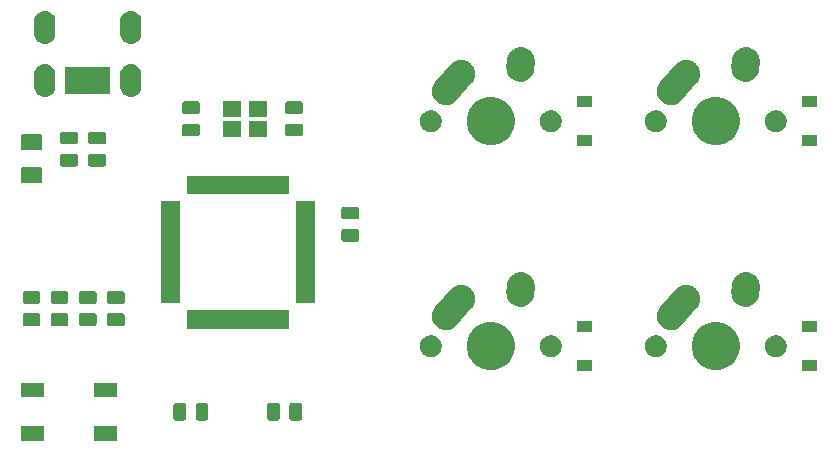
<source format=gbs>
G04 #@! TF.GenerationSoftware,KiCad,Pcbnew,(5.1.4)-1*
G04 #@! TF.CreationDate,2020-09-25T18:06:27-04:00*
G04 #@! TF.ProjectId,2x2 micro pad,32783220-6d69-4637-926f-207061642e6b,rev?*
G04 #@! TF.SameCoordinates,Original*
G04 #@! TF.FileFunction,Soldermask,Bot*
G04 #@! TF.FilePolarity,Negative*
%FSLAX46Y46*%
G04 Gerber Fmt 4.6, Leading zero omitted, Abs format (unit mm)*
G04 Created by KiCad (PCBNEW (5.1.4)-1) date 2020-09-25 18:06:27*
%MOMM*%
%LPD*%
G04 APERTURE LIST*
%ADD10C,0.100000*%
G04 APERTURE END LIST*
D10*
G36*
X176294750Y-92144750D02*
G01*
X174392750Y-92144750D01*
X174392750Y-90942750D01*
X176294750Y-90942750D01*
X176294750Y-92144750D01*
X176294750Y-92144750D01*
G37*
G36*
X170094750Y-92144750D02*
G01*
X168192750Y-92144750D01*
X168192750Y-90942750D01*
X170094750Y-90942750D01*
X170094750Y-92144750D01*
X170094750Y-92144750D01*
G37*
G36*
X183871968Y-88947315D02*
G01*
X183910638Y-88959046D01*
X183946277Y-88978096D01*
X183977517Y-89003733D01*
X184003154Y-89034973D01*
X184022204Y-89070612D01*
X184033935Y-89109282D01*
X184038500Y-89155638D01*
X184038500Y-90231862D01*
X184033935Y-90278218D01*
X184022204Y-90316888D01*
X184003154Y-90352527D01*
X183977517Y-90383767D01*
X183946277Y-90409404D01*
X183910638Y-90428454D01*
X183871968Y-90440185D01*
X183825612Y-90444750D01*
X183174388Y-90444750D01*
X183128032Y-90440185D01*
X183089362Y-90428454D01*
X183053723Y-90409404D01*
X183022483Y-90383767D01*
X182996846Y-90352527D01*
X182977796Y-90316888D01*
X182966065Y-90278218D01*
X182961500Y-90231862D01*
X182961500Y-89155638D01*
X182966065Y-89109282D01*
X182977796Y-89070612D01*
X182996846Y-89034973D01*
X183022483Y-89003733D01*
X183053723Y-88978096D01*
X183089362Y-88959046D01*
X183128032Y-88947315D01*
X183174388Y-88942750D01*
X183825612Y-88942750D01*
X183871968Y-88947315D01*
X183871968Y-88947315D01*
G37*
G36*
X181996968Y-88947315D02*
G01*
X182035638Y-88959046D01*
X182071277Y-88978096D01*
X182102517Y-89003733D01*
X182128154Y-89034973D01*
X182147204Y-89070612D01*
X182158935Y-89109282D01*
X182163500Y-89155638D01*
X182163500Y-90231862D01*
X182158935Y-90278218D01*
X182147204Y-90316888D01*
X182128154Y-90352527D01*
X182102517Y-90383767D01*
X182071277Y-90409404D01*
X182035638Y-90428454D01*
X181996968Y-90440185D01*
X181950612Y-90444750D01*
X181299388Y-90444750D01*
X181253032Y-90440185D01*
X181214362Y-90428454D01*
X181178723Y-90409404D01*
X181147483Y-90383767D01*
X181121846Y-90352527D01*
X181102796Y-90316888D01*
X181091065Y-90278218D01*
X181086500Y-90231862D01*
X181086500Y-89155638D01*
X181091065Y-89109282D01*
X181102796Y-89070612D01*
X181121846Y-89034973D01*
X181147483Y-89003733D01*
X181178723Y-88978096D01*
X181214362Y-88959046D01*
X181253032Y-88947315D01*
X181299388Y-88942750D01*
X181950612Y-88942750D01*
X181996968Y-88947315D01*
X181996968Y-88947315D01*
G37*
G36*
X191809468Y-88947315D02*
G01*
X191848138Y-88959046D01*
X191883777Y-88978096D01*
X191915017Y-89003733D01*
X191940654Y-89034973D01*
X191959704Y-89070612D01*
X191971435Y-89109282D01*
X191976000Y-89155638D01*
X191976000Y-90231862D01*
X191971435Y-90278218D01*
X191959704Y-90316888D01*
X191940654Y-90352527D01*
X191915017Y-90383767D01*
X191883777Y-90409404D01*
X191848138Y-90428454D01*
X191809468Y-90440185D01*
X191763112Y-90444750D01*
X191111888Y-90444750D01*
X191065532Y-90440185D01*
X191026862Y-90428454D01*
X190991223Y-90409404D01*
X190959983Y-90383767D01*
X190934346Y-90352527D01*
X190915296Y-90316888D01*
X190903565Y-90278218D01*
X190899000Y-90231862D01*
X190899000Y-89155638D01*
X190903565Y-89109282D01*
X190915296Y-89070612D01*
X190934346Y-89034973D01*
X190959983Y-89003733D01*
X190991223Y-88978096D01*
X191026862Y-88959046D01*
X191065532Y-88947315D01*
X191111888Y-88942750D01*
X191763112Y-88942750D01*
X191809468Y-88947315D01*
X191809468Y-88947315D01*
G37*
G36*
X189934468Y-88947315D02*
G01*
X189973138Y-88959046D01*
X190008777Y-88978096D01*
X190040017Y-89003733D01*
X190065654Y-89034973D01*
X190084704Y-89070612D01*
X190096435Y-89109282D01*
X190101000Y-89155638D01*
X190101000Y-90231862D01*
X190096435Y-90278218D01*
X190084704Y-90316888D01*
X190065654Y-90352527D01*
X190040017Y-90383767D01*
X190008777Y-90409404D01*
X189973138Y-90428454D01*
X189934468Y-90440185D01*
X189888112Y-90444750D01*
X189236888Y-90444750D01*
X189190532Y-90440185D01*
X189151862Y-90428454D01*
X189116223Y-90409404D01*
X189084983Y-90383767D01*
X189059346Y-90352527D01*
X189040296Y-90316888D01*
X189028565Y-90278218D01*
X189024000Y-90231862D01*
X189024000Y-89155638D01*
X189028565Y-89109282D01*
X189040296Y-89070612D01*
X189059346Y-89034973D01*
X189084983Y-89003733D01*
X189116223Y-88978096D01*
X189151862Y-88959046D01*
X189190532Y-88947315D01*
X189236888Y-88942750D01*
X189888112Y-88942750D01*
X189934468Y-88947315D01*
X189934468Y-88947315D01*
G37*
G36*
X176294750Y-88444750D02*
G01*
X174392750Y-88444750D01*
X174392750Y-87242750D01*
X176294750Y-87242750D01*
X176294750Y-88444750D01*
X176294750Y-88444750D01*
G37*
G36*
X170094750Y-88444750D02*
G01*
X168192750Y-88444750D01*
X168192750Y-87242750D01*
X170094750Y-87242750D01*
X170094750Y-88444750D01*
X170094750Y-88444750D01*
G37*
G36*
X216551000Y-86288500D02*
G01*
X215249000Y-86288500D01*
X215249000Y-85286500D01*
X216551000Y-85286500D01*
X216551000Y-86288500D01*
X216551000Y-86288500D01*
G37*
G36*
X235601000Y-86288500D02*
G01*
X234299000Y-86288500D01*
X234299000Y-85286500D01*
X235601000Y-85286500D01*
X235601000Y-86288500D01*
X235601000Y-86288500D01*
G37*
G36*
X227608974Y-82171184D02*
G01*
X227826974Y-82261483D01*
X227981123Y-82325333D01*
X228316048Y-82549123D01*
X228600877Y-82833952D01*
X228824667Y-83168877D01*
X228857062Y-83247086D01*
X228978816Y-83541026D01*
X229057400Y-83936094D01*
X229057400Y-84338906D01*
X228978816Y-84733974D01*
X228927951Y-84856772D01*
X228824667Y-85106123D01*
X228600877Y-85441048D01*
X228316048Y-85725877D01*
X227981123Y-85949667D01*
X227826974Y-86013517D01*
X227608974Y-86103816D01*
X227213906Y-86182400D01*
X226811094Y-86182400D01*
X226416026Y-86103816D01*
X226198026Y-86013517D01*
X226043877Y-85949667D01*
X225708952Y-85725877D01*
X225424123Y-85441048D01*
X225200333Y-85106123D01*
X225097049Y-84856772D01*
X225046184Y-84733974D01*
X224967600Y-84338906D01*
X224967600Y-83936094D01*
X225046184Y-83541026D01*
X225167938Y-83247086D01*
X225200333Y-83168877D01*
X225424123Y-82833952D01*
X225708952Y-82549123D01*
X226043877Y-82325333D01*
X226198026Y-82261483D01*
X226416026Y-82171184D01*
X226811094Y-82092600D01*
X227213906Y-82092600D01*
X227608974Y-82171184D01*
X227608974Y-82171184D01*
G37*
G36*
X208558974Y-82171184D02*
G01*
X208776974Y-82261483D01*
X208931123Y-82325333D01*
X209266048Y-82549123D01*
X209550877Y-82833952D01*
X209774667Y-83168877D01*
X209807062Y-83247086D01*
X209928816Y-83541026D01*
X210007400Y-83936094D01*
X210007400Y-84338906D01*
X209928816Y-84733974D01*
X209877951Y-84856772D01*
X209774667Y-85106123D01*
X209550877Y-85441048D01*
X209266048Y-85725877D01*
X208931123Y-85949667D01*
X208776974Y-86013517D01*
X208558974Y-86103816D01*
X208163906Y-86182400D01*
X207761094Y-86182400D01*
X207366026Y-86103816D01*
X207148026Y-86013517D01*
X206993877Y-85949667D01*
X206658952Y-85725877D01*
X206374123Y-85441048D01*
X206150333Y-85106123D01*
X206047049Y-84856772D01*
X205996184Y-84733974D01*
X205917600Y-84338906D01*
X205917600Y-83936094D01*
X205996184Y-83541026D01*
X206117938Y-83247086D01*
X206150333Y-83168877D01*
X206374123Y-82833952D01*
X206658952Y-82549123D01*
X206993877Y-82325333D01*
X207148026Y-82261483D01*
X207366026Y-82171184D01*
X207761094Y-82092600D01*
X208163906Y-82092600D01*
X208558974Y-82171184D01*
X208558974Y-82171184D01*
G37*
G36*
X222202604Y-83247085D02*
G01*
X222371126Y-83316889D01*
X222522791Y-83418228D01*
X222651772Y-83547209D01*
X222753111Y-83698874D01*
X222822915Y-83867396D01*
X222858500Y-84046297D01*
X222858500Y-84228703D01*
X222822915Y-84407604D01*
X222753111Y-84576126D01*
X222651772Y-84727791D01*
X222522791Y-84856772D01*
X222371126Y-84958111D01*
X222202604Y-85027915D01*
X222023703Y-85063500D01*
X221841297Y-85063500D01*
X221662396Y-85027915D01*
X221493874Y-84958111D01*
X221342209Y-84856772D01*
X221213228Y-84727791D01*
X221111889Y-84576126D01*
X221042085Y-84407604D01*
X221006500Y-84228703D01*
X221006500Y-84046297D01*
X221042085Y-83867396D01*
X221111889Y-83698874D01*
X221213228Y-83547209D01*
X221342209Y-83418228D01*
X221493874Y-83316889D01*
X221662396Y-83247085D01*
X221841297Y-83211500D01*
X222023703Y-83211500D01*
X222202604Y-83247085D01*
X222202604Y-83247085D01*
G37*
G36*
X232362604Y-83247085D02*
G01*
X232531126Y-83316889D01*
X232682791Y-83418228D01*
X232811772Y-83547209D01*
X232913111Y-83698874D01*
X232982915Y-83867396D01*
X233018500Y-84046297D01*
X233018500Y-84228703D01*
X232982915Y-84407604D01*
X232913111Y-84576126D01*
X232811772Y-84727791D01*
X232682791Y-84856772D01*
X232531126Y-84958111D01*
X232362604Y-85027915D01*
X232183703Y-85063500D01*
X232001297Y-85063500D01*
X231822396Y-85027915D01*
X231653874Y-84958111D01*
X231502209Y-84856772D01*
X231373228Y-84727791D01*
X231271889Y-84576126D01*
X231202085Y-84407604D01*
X231166500Y-84228703D01*
X231166500Y-84046297D01*
X231202085Y-83867396D01*
X231271889Y-83698874D01*
X231373228Y-83547209D01*
X231502209Y-83418228D01*
X231653874Y-83316889D01*
X231822396Y-83247085D01*
X232001297Y-83211500D01*
X232183703Y-83211500D01*
X232362604Y-83247085D01*
X232362604Y-83247085D01*
G37*
G36*
X203152604Y-83247085D02*
G01*
X203321126Y-83316889D01*
X203472791Y-83418228D01*
X203601772Y-83547209D01*
X203703111Y-83698874D01*
X203772915Y-83867396D01*
X203808500Y-84046297D01*
X203808500Y-84228703D01*
X203772915Y-84407604D01*
X203703111Y-84576126D01*
X203601772Y-84727791D01*
X203472791Y-84856772D01*
X203321126Y-84958111D01*
X203152604Y-85027915D01*
X202973703Y-85063500D01*
X202791297Y-85063500D01*
X202612396Y-85027915D01*
X202443874Y-84958111D01*
X202292209Y-84856772D01*
X202163228Y-84727791D01*
X202061889Y-84576126D01*
X201992085Y-84407604D01*
X201956500Y-84228703D01*
X201956500Y-84046297D01*
X201992085Y-83867396D01*
X202061889Y-83698874D01*
X202163228Y-83547209D01*
X202292209Y-83418228D01*
X202443874Y-83316889D01*
X202612396Y-83247085D01*
X202791297Y-83211500D01*
X202973703Y-83211500D01*
X203152604Y-83247085D01*
X203152604Y-83247085D01*
G37*
G36*
X213312604Y-83247085D02*
G01*
X213481126Y-83316889D01*
X213632791Y-83418228D01*
X213761772Y-83547209D01*
X213863111Y-83698874D01*
X213932915Y-83867396D01*
X213968500Y-84046297D01*
X213968500Y-84228703D01*
X213932915Y-84407604D01*
X213863111Y-84576126D01*
X213761772Y-84727791D01*
X213632791Y-84856772D01*
X213481126Y-84958111D01*
X213312604Y-85027915D01*
X213133703Y-85063500D01*
X212951297Y-85063500D01*
X212772396Y-85027915D01*
X212603874Y-84958111D01*
X212452209Y-84856772D01*
X212323228Y-84727791D01*
X212221889Y-84576126D01*
X212152085Y-84407604D01*
X212116500Y-84228703D01*
X212116500Y-84046297D01*
X212152085Y-83867396D01*
X212221889Y-83698874D01*
X212323228Y-83547209D01*
X212452209Y-83418228D01*
X212603874Y-83316889D01*
X212772396Y-83247085D01*
X212951297Y-83211500D01*
X213133703Y-83211500D01*
X213312604Y-83247085D01*
X213312604Y-83247085D01*
G37*
G36*
X216551000Y-82988500D02*
G01*
X215249000Y-82988500D01*
X215249000Y-81986500D01*
X216551000Y-81986500D01*
X216551000Y-82988500D01*
X216551000Y-82988500D01*
G37*
G36*
X235601000Y-82988500D02*
G01*
X234299000Y-82988500D01*
X234299000Y-81986500D01*
X235601000Y-81986500D01*
X235601000Y-82988500D01*
X235601000Y-82988500D01*
G37*
G36*
X224535705Y-78961381D02*
G01*
X224541145Y-78961500D01*
X224628328Y-78961500D01*
X224644597Y-78964736D01*
X224663456Y-78967015D01*
X224680032Y-78967746D01*
X224764723Y-78988510D01*
X224770018Y-78989684D01*
X224855527Y-79006693D01*
X224870862Y-79013045D01*
X224888901Y-79018955D01*
X224905021Y-79022907D01*
X224984004Y-79059780D01*
X224988994Y-79061977D01*
X225069545Y-79095342D01*
X225083341Y-79104560D01*
X225099893Y-79113882D01*
X225114926Y-79120900D01*
X225185194Y-79172471D01*
X225189692Y-79175622D01*
X225262156Y-79224041D01*
X225273883Y-79235768D01*
X225288309Y-79248148D01*
X225301679Y-79257961D01*
X225301680Y-79257962D01*
X225360521Y-79322233D01*
X225364329Y-79326214D01*
X225425959Y-79387844D01*
X225435174Y-79401635D01*
X225446896Y-79416578D01*
X225458105Y-79428821D01*
X225503299Y-79503374D01*
X225506246Y-79508001D01*
X225554658Y-79580455D01*
X225561005Y-79595777D01*
X225569592Y-79612731D01*
X225578191Y-79626917D01*
X225607978Y-79708868D01*
X225609952Y-79713948D01*
X225643307Y-79794473D01*
X225643307Y-79794474D01*
X225646541Y-79810733D01*
X225651658Y-79829042D01*
X225657325Y-79844634D01*
X225670555Y-79930845D01*
X225671501Y-79936213D01*
X225688500Y-80021673D01*
X225688500Y-80038252D01*
X225689944Y-80057192D01*
X225692463Y-80073604D01*
X225688620Y-80160749D01*
X225688500Y-80166189D01*
X225688500Y-80253325D01*
X225685266Y-80269583D01*
X225682988Y-80288441D01*
X225682256Y-80305031D01*
X225661488Y-80389737D01*
X225660312Y-80395037D01*
X225643307Y-80480527D01*
X225636957Y-80495857D01*
X225631049Y-80513893D01*
X225627095Y-80530020D01*
X225590211Y-80609026D01*
X225588011Y-80614023D01*
X225554658Y-80694545D01*
X225545444Y-80708335D01*
X225536122Y-80724887D01*
X225529102Y-80739924D01*
X225477511Y-80810220D01*
X225474366Y-80814710D01*
X225425961Y-80887154D01*
X225368960Y-80944155D01*
X225364311Y-80949063D01*
X224979625Y-81377796D01*
X224039223Y-82425876D01*
X223911179Y-82543102D01*
X223812130Y-82603146D01*
X223713083Y-82663189D01*
X223495366Y-82742323D01*
X223266395Y-82777461D01*
X223034970Y-82767254D01*
X222809981Y-82712093D01*
X222705227Y-82663189D01*
X222600079Y-82614102D01*
X222503338Y-82543102D01*
X222413323Y-82477039D01*
X222336497Y-82393123D01*
X222256898Y-82306179D01*
X222175064Y-82171185D01*
X222136811Y-82108083D01*
X222057677Y-81890366D01*
X222022539Y-81661395D01*
X222032746Y-81429970D01*
X222087907Y-81204981D01*
X222139472Y-81094528D01*
X222185898Y-80995080D01*
X222185900Y-80995077D01*
X222288614Y-80855122D01*
X223043745Y-80013527D01*
X223575287Y-79421121D01*
X223586181Y-79407089D01*
X223599039Y-79387846D01*
X223656073Y-79330812D01*
X223660723Y-79325903D01*
X223675778Y-79309124D01*
X223697201Y-79289511D01*
X223701182Y-79285703D01*
X223762846Y-79224039D01*
X223776643Y-79214820D01*
X223791602Y-79203085D01*
X223803821Y-79191898D01*
X223835885Y-79172461D01*
X223878330Y-79146731D01*
X223882921Y-79143808D01*
X223955455Y-79095342D01*
X223970800Y-79088986D01*
X223987748Y-79080401D01*
X224001916Y-79071812D01*
X224001917Y-79071812D01*
X224001918Y-79071811D01*
X224083812Y-79042045D01*
X224088910Y-79040063D01*
X224169473Y-79006693D01*
X224185752Y-79003455D01*
X224204042Y-78998344D01*
X224219635Y-78992677D01*
X224305800Y-78979454D01*
X224311163Y-78978509D01*
X224396673Y-78961500D01*
X224413266Y-78961500D01*
X224432209Y-78960055D01*
X224448606Y-78957539D01*
X224535705Y-78961381D01*
X224535705Y-78961381D01*
G37*
G36*
X205485705Y-78961381D02*
G01*
X205491145Y-78961500D01*
X205578328Y-78961500D01*
X205594597Y-78964736D01*
X205613456Y-78967015D01*
X205630032Y-78967746D01*
X205714723Y-78988510D01*
X205720018Y-78989684D01*
X205805527Y-79006693D01*
X205820862Y-79013045D01*
X205838901Y-79018955D01*
X205855021Y-79022907D01*
X205934004Y-79059780D01*
X205938994Y-79061977D01*
X206019545Y-79095342D01*
X206033341Y-79104560D01*
X206049893Y-79113882D01*
X206064926Y-79120900D01*
X206135194Y-79172471D01*
X206139692Y-79175622D01*
X206212156Y-79224041D01*
X206223883Y-79235768D01*
X206238309Y-79248148D01*
X206251679Y-79257961D01*
X206251680Y-79257962D01*
X206310521Y-79322233D01*
X206314329Y-79326214D01*
X206375959Y-79387844D01*
X206385174Y-79401635D01*
X206396896Y-79416578D01*
X206408105Y-79428821D01*
X206453299Y-79503374D01*
X206456246Y-79508001D01*
X206504658Y-79580455D01*
X206511005Y-79595777D01*
X206519592Y-79612731D01*
X206528191Y-79626917D01*
X206557978Y-79708868D01*
X206559952Y-79713948D01*
X206593307Y-79794473D01*
X206593307Y-79794474D01*
X206596541Y-79810733D01*
X206601658Y-79829042D01*
X206607325Y-79844634D01*
X206620555Y-79930845D01*
X206621501Y-79936213D01*
X206638500Y-80021673D01*
X206638500Y-80038252D01*
X206639944Y-80057192D01*
X206642463Y-80073604D01*
X206638620Y-80160749D01*
X206638500Y-80166189D01*
X206638500Y-80253325D01*
X206635266Y-80269583D01*
X206632988Y-80288441D01*
X206632256Y-80305031D01*
X206611488Y-80389737D01*
X206610312Y-80395037D01*
X206593307Y-80480527D01*
X206586957Y-80495857D01*
X206581049Y-80513893D01*
X206577095Y-80530020D01*
X206540211Y-80609026D01*
X206538011Y-80614023D01*
X206504658Y-80694545D01*
X206495444Y-80708335D01*
X206486122Y-80724887D01*
X206479102Y-80739924D01*
X206427511Y-80810220D01*
X206424366Y-80814710D01*
X206375961Y-80887154D01*
X206318960Y-80944155D01*
X206314311Y-80949063D01*
X205929625Y-81377796D01*
X204989223Y-82425876D01*
X204861179Y-82543102D01*
X204762130Y-82603146D01*
X204663083Y-82663189D01*
X204445366Y-82742323D01*
X204216395Y-82777461D01*
X203984970Y-82767254D01*
X203759981Y-82712093D01*
X203655227Y-82663189D01*
X203550079Y-82614102D01*
X203453338Y-82543102D01*
X203363323Y-82477039D01*
X203286497Y-82393123D01*
X203206898Y-82306179D01*
X203125064Y-82171185D01*
X203086811Y-82108083D01*
X203007677Y-81890366D01*
X202972539Y-81661395D01*
X202982746Y-81429970D01*
X203037907Y-81204981D01*
X203089472Y-81094528D01*
X203135898Y-80995080D01*
X203135900Y-80995077D01*
X203238614Y-80855122D01*
X203993745Y-80013527D01*
X204525287Y-79421121D01*
X204536181Y-79407089D01*
X204549039Y-79387846D01*
X204606073Y-79330812D01*
X204610723Y-79325903D01*
X204625778Y-79309124D01*
X204647201Y-79289511D01*
X204651182Y-79285703D01*
X204712846Y-79224039D01*
X204726643Y-79214820D01*
X204741602Y-79203085D01*
X204753821Y-79191898D01*
X204785885Y-79172461D01*
X204828330Y-79146731D01*
X204832921Y-79143808D01*
X204905455Y-79095342D01*
X204920800Y-79088986D01*
X204937748Y-79080401D01*
X204951916Y-79071812D01*
X204951917Y-79071812D01*
X204951918Y-79071811D01*
X205033812Y-79042045D01*
X205038910Y-79040063D01*
X205119473Y-79006693D01*
X205135752Y-79003455D01*
X205154042Y-78998344D01*
X205169635Y-78992677D01*
X205255800Y-78979454D01*
X205261163Y-78978509D01*
X205346673Y-78961500D01*
X205363266Y-78961500D01*
X205382209Y-78960055D01*
X205398606Y-78957539D01*
X205485705Y-78961381D01*
X205485705Y-78961381D01*
G37*
G36*
X190857250Y-82701000D02*
G01*
X182205250Y-82701000D01*
X182205250Y-81099000D01*
X190857250Y-81099000D01*
X190857250Y-82701000D01*
X190857250Y-82701000D01*
G37*
G36*
X172034468Y-81366065D02*
G01*
X172073138Y-81377796D01*
X172108777Y-81396846D01*
X172140017Y-81422483D01*
X172165654Y-81453723D01*
X172184704Y-81489362D01*
X172196435Y-81528032D01*
X172201000Y-81574388D01*
X172201000Y-82225612D01*
X172196435Y-82271968D01*
X172184704Y-82310638D01*
X172165654Y-82346277D01*
X172140017Y-82377517D01*
X172108777Y-82403154D01*
X172073138Y-82422204D01*
X172034468Y-82433935D01*
X171988112Y-82438500D01*
X170911888Y-82438500D01*
X170865532Y-82433935D01*
X170826862Y-82422204D01*
X170791223Y-82403154D01*
X170759983Y-82377517D01*
X170734346Y-82346277D01*
X170715296Y-82310638D01*
X170703565Y-82271968D01*
X170699000Y-82225612D01*
X170699000Y-81574388D01*
X170703565Y-81528032D01*
X170715296Y-81489362D01*
X170734346Y-81453723D01*
X170759983Y-81422483D01*
X170791223Y-81396846D01*
X170826862Y-81377796D01*
X170865532Y-81366065D01*
X170911888Y-81361500D01*
X171988112Y-81361500D01*
X172034468Y-81366065D01*
X172034468Y-81366065D01*
G37*
G36*
X174415718Y-81366065D02*
G01*
X174454388Y-81377796D01*
X174490027Y-81396846D01*
X174521267Y-81422483D01*
X174546904Y-81453723D01*
X174565954Y-81489362D01*
X174577685Y-81528032D01*
X174582250Y-81574388D01*
X174582250Y-82225612D01*
X174577685Y-82271968D01*
X174565954Y-82310638D01*
X174546904Y-82346277D01*
X174521267Y-82377517D01*
X174490027Y-82403154D01*
X174454388Y-82422204D01*
X174415718Y-82433935D01*
X174369362Y-82438500D01*
X173293138Y-82438500D01*
X173246782Y-82433935D01*
X173208112Y-82422204D01*
X173172473Y-82403154D01*
X173141233Y-82377517D01*
X173115596Y-82346277D01*
X173096546Y-82310638D01*
X173084815Y-82271968D01*
X173080250Y-82225612D01*
X173080250Y-81574388D01*
X173084815Y-81528032D01*
X173096546Y-81489362D01*
X173115596Y-81453723D01*
X173141233Y-81422483D01*
X173172473Y-81396846D01*
X173208112Y-81377796D01*
X173246782Y-81366065D01*
X173293138Y-81361500D01*
X174369362Y-81361500D01*
X174415718Y-81366065D01*
X174415718Y-81366065D01*
G37*
G36*
X169653218Y-81366065D02*
G01*
X169691888Y-81377796D01*
X169727527Y-81396846D01*
X169758767Y-81422483D01*
X169784404Y-81453723D01*
X169803454Y-81489362D01*
X169815185Y-81528032D01*
X169819750Y-81574388D01*
X169819750Y-82225612D01*
X169815185Y-82271968D01*
X169803454Y-82310638D01*
X169784404Y-82346277D01*
X169758767Y-82377517D01*
X169727527Y-82403154D01*
X169691888Y-82422204D01*
X169653218Y-82433935D01*
X169606862Y-82438500D01*
X168530638Y-82438500D01*
X168484282Y-82433935D01*
X168445612Y-82422204D01*
X168409973Y-82403154D01*
X168378733Y-82377517D01*
X168353096Y-82346277D01*
X168334046Y-82310638D01*
X168322315Y-82271968D01*
X168317750Y-82225612D01*
X168317750Y-81574388D01*
X168322315Y-81528032D01*
X168334046Y-81489362D01*
X168353096Y-81453723D01*
X168378733Y-81422483D01*
X168409973Y-81396846D01*
X168445612Y-81377796D01*
X168484282Y-81366065D01*
X168530638Y-81361500D01*
X169606862Y-81361500D01*
X169653218Y-81366065D01*
X169653218Y-81366065D01*
G37*
G36*
X176796968Y-81366065D02*
G01*
X176835638Y-81377796D01*
X176871277Y-81396846D01*
X176902517Y-81422483D01*
X176928154Y-81453723D01*
X176947204Y-81489362D01*
X176958935Y-81528032D01*
X176963500Y-81574388D01*
X176963500Y-82225612D01*
X176958935Y-82271968D01*
X176947204Y-82310638D01*
X176928154Y-82346277D01*
X176902517Y-82377517D01*
X176871277Y-82403154D01*
X176835638Y-82422204D01*
X176796968Y-82433935D01*
X176750612Y-82438500D01*
X175674388Y-82438500D01*
X175628032Y-82433935D01*
X175589362Y-82422204D01*
X175553723Y-82403154D01*
X175522483Y-82377517D01*
X175496846Y-82346277D01*
X175477796Y-82310638D01*
X175466065Y-82271968D01*
X175461500Y-82225612D01*
X175461500Y-81574388D01*
X175466065Y-81528032D01*
X175477796Y-81489362D01*
X175496846Y-81453723D01*
X175522483Y-81422483D01*
X175553723Y-81396846D01*
X175589362Y-81377796D01*
X175628032Y-81366065D01*
X175674388Y-81361500D01*
X176750612Y-81361500D01*
X176796968Y-81366065D01*
X176796968Y-81366065D01*
G37*
G36*
X229640627Y-77879761D02*
G01*
X229661400Y-77881500D01*
X229668327Y-77881500D01*
X229763254Y-77900382D01*
X229766848Y-77901042D01*
X229862230Y-77917124D01*
X229868703Y-77919585D01*
X229888728Y-77925341D01*
X229895527Y-77926693D01*
X229957914Y-77952534D01*
X229984943Y-77963730D01*
X229988344Y-77965081D01*
X230078755Y-77999461D01*
X230084627Y-78003140D01*
X230103136Y-78012687D01*
X230109545Y-78015342D01*
X230190063Y-78069142D01*
X230193054Y-78071078D01*
X230275057Y-78122459D01*
X230280084Y-78127200D01*
X230296396Y-78140191D01*
X230302152Y-78144037D01*
X230370610Y-78212495D01*
X230373189Y-78214999D01*
X230443590Y-78281389D01*
X230447595Y-78287019D01*
X230461059Y-78302944D01*
X230465959Y-78307844D01*
X230519744Y-78388339D01*
X230521791Y-78391307D01*
X230577880Y-78470145D01*
X230580714Y-78476458D01*
X230590808Y-78494693D01*
X230594658Y-78500455D01*
X230631720Y-78589930D01*
X230633124Y-78593185D01*
X230672765Y-78681473D01*
X230674315Y-78688225D01*
X230680652Y-78708062D01*
X230683307Y-78714473D01*
X230702192Y-78809417D01*
X230702938Y-78812901D01*
X230724598Y-78907251D01*
X230724598Y-78907254D01*
X230724800Y-78914154D01*
X230727147Y-78934870D01*
X230728500Y-78941674D01*
X230728500Y-79038486D01*
X230728553Y-79042084D01*
X230729688Y-79080777D01*
X230728795Y-79093725D01*
X230728500Y-79102297D01*
X230728500Y-79173326D01*
X230722581Y-79203085D01*
X230722104Y-79205479D01*
X230720000Y-79221250D01*
X230681738Y-79776045D01*
X230652876Y-79947230D01*
X230570538Y-80163755D01*
X230447541Y-80360057D01*
X230288611Y-80528590D01*
X230099855Y-80662880D01*
X229888527Y-80757765D01*
X229662749Y-80809598D01*
X229431198Y-80816389D01*
X229431197Y-80816389D01*
X229385512Y-80808686D01*
X229202770Y-80777876D01*
X228986245Y-80695538D01*
X228789943Y-80572541D01*
X228621410Y-80413611D01*
X228487120Y-80224855D01*
X228392235Y-80013527D01*
X228340402Y-79787749D01*
X228335312Y-79614223D01*
X228376204Y-79021294D01*
X228376500Y-79012696D01*
X228376500Y-78941675D01*
X228395382Y-78846750D01*
X228396044Y-78843145D01*
X228401731Y-78809417D01*
X228412124Y-78747770D01*
X228414585Y-78741299D01*
X228420342Y-78721267D01*
X228421693Y-78714474D01*
X228424343Y-78708076D01*
X228458764Y-78624976D01*
X228460053Y-78621730D01*
X228494462Y-78531245D01*
X228498136Y-78525381D01*
X228507687Y-78506865D01*
X228510342Y-78500455D01*
X228564157Y-78419915D01*
X228566077Y-78416949D01*
X228617459Y-78334943D01*
X228622211Y-78329904D01*
X228635189Y-78313607D01*
X228639037Y-78307848D01*
X228707493Y-78239392D01*
X228710046Y-78236762D01*
X228730523Y-78215048D01*
X228776389Y-78166410D01*
X228782021Y-78162403D01*
X228797947Y-78148938D01*
X228802846Y-78144039D01*
X228883324Y-78090266D01*
X228886306Y-78088210D01*
X228965145Y-78032120D01*
X228971455Y-78029287D01*
X228989694Y-78019191D01*
X228995451Y-78015344D01*
X228995454Y-78015343D01*
X228995455Y-78015342D01*
X229084929Y-77978281D01*
X229088187Y-77976875D01*
X229176473Y-77937235D01*
X229183225Y-77935685D01*
X229203062Y-77929348D01*
X229209473Y-77926693D01*
X229304399Y-77907811D01*
X229307946Y-77907051D01*
X229402251Y-77885401D01*
X229404630Y-77885331D01*
X229409165Y-77885198D01*
X229429881Y-77882851D01*
X229436674Y-77881500D01*
X229533459Y-77881500D01*
X229537084Y-77881447D01*
X229633802Y-77878610D01*
X229640627Y-77879761D01*
X229640627Y-77879761D01*
G37*
G36*
X210590627Y-77879761D02*
G01*
X210611400Y-77881500D01*
X210618327Y-77881500D01*
X210713254Y-77900382D01*
X210716848Y-77901042D01*
X210812230Y-77917124D01*
X210818703Y-77919585D01*
X210838728Y-77925341D01*
X210845527Y-77926693D01*
X210907914Y-77952534D01*
X210934943Y-77963730D01*
X210938344Y-77965081D01*
X211028755Y-77999461D01*
X211034627Y-78003140D01*
X211053136Y-78012687D01*
X211059545Y-78015342D01*
X211140063Y-78069142D01*
X211143054Y-78071078D01*
X211225057Y-78122459D01*
X211230084Y-78127200D01*
X211246396Y-78140191D01*
X211252152Y-78144037D01*
X211320610Y-78212495D01*
X211323189Y-78214999D01*
X211393590Y-78281389D01*
X211397595Y-78287019D01*
X211411059Y-78302944D01*
X211415959Y-78307844D01*
X211469744Y-78388339D01*
X211471791Y-78391307D01*
X211527880Y-78470145D01*
X211530714Y-78476458D01*
X211540808Y-78494693D01*
X211544658Y-78500455D01*
X211581720Y-78589930D01*
X211583124Y-78593185D01*
X211622765Y-78681473D01*
X211624315Y-78688225D01*
X211630652Y-78708062D01*
X211633307Y-78714473D01*
X211652192Y-78809417D01*
X211652938Y-78812901D01*
X211674598Y-78907251D01*
X211674598Y-78907254D01*
X211674800Y-78914154D01*
X211677147Y-78934870D01*
X211678500Y-78941674D01*
X211678500Y-79038486D01*
X211678553Y-79042084D01*
X211679688Y-79080777D01*
X211678795Y-79093725D01*
X211678500Y-79102297D01*
X211678500Y-79173326D01*
X211672581Y-79203085D01*
X211672104Y-79205479D01*
X211670000Y-79221250D01*
X211631738Y-79776045D01*
X211602876Y-79947230D01*
X211520538Y-80163755D01*
X211397541Y-80360057D01*
X211238611Y-80528590D01*
X211049855Y-80662880D01*
X210838527Y-80757765D01*
X210612749Y-80809598D01*
X210381198Y-80816389D01*
X210381197Y-80816389D01*
X210335512Y-80808686D01*
X210152770Y-80777876D01*
X209936245Y-80695538D01*
X209739943Y-80572541D01*
X209571410Y-80413611D01*
X209437120Y-80224855D01*
X209342235Y-80013527D01*
X209290402Y-79787749D01*
X209285312Y-79614223D01*
X209326204Y-79021294D01*
X209326500Y-79012696D01*
X209326500Y-78941675D01*
X209345382Y-78846750D01*
X209346044Y-78843145D01*
X209351731Y-78809417D01*
X209362124Y-78747770D01*
X209364585Y-78741299D01*
X209370342Y-78721267D01*
X209371693Y-78714474D01*
X209374343Y-78708076D01*
X209408764Y-78624976D01*
X209410053Y-78621730D01*
X209444462Y-78531245D01*
X209448136Y-78525381D01*
X209457687Y-78506865D01*
X209460342Y-78500455D01*
X209514157Y-78419915D01*
X209516077Y-78416949D01*
X209567459Y-78334943D01*
X209572211Y-78329904D01*
X209585189Y-78313607D01*
X209589037Y-78307848D01*
X209657493Y-78239392D01*
X209660046Y-78236762D01*
X209680523Y-78215048D01*
X209726389Y-78166410D01*
X209732021Y-78162403D01*
X209747947Y-78148938D01*
X209752846Y-78144039D01*
X209833324Y-78090266D01*
X209836306Y-78088210D01*
X209915145Y-78032120D01*
X209921455Y-78029287D01*
X209939694Y-78019191D01*
X209945451Y-78015344D01*
X209945454Y-78015343D01*
X209945455Y-78015342D01*
X210034929Y-77978281D01*
X210038187Y-77976875D01*
X210126473Y-77937235D01*
X210133225Y-77935685D01*
X210153062Y-77929348D01*
X210159473Y-77926693D01*
X210254399Y-77907811D01*
X210257946Y-77907051D01*
X210352251Y-77885401D01*
X210354630Y-77885331D01*
X210359165Y-77885198D01*
X210379881Y-77882851D01*
X210386674Y-77881500D01*
X210483459Y-77881500D01*
X210487084Y-77881447D01*
X210583802Y-77878610D01*
X210590627Y-77879761D01*
X210590627Y-77879761D01*
G37*
G36*
X172034468Y-79491065D02*
G01*
X172073138Y-79502796D01*
X172108777Y-79521846D01*
X172140017Y-79547483D01*
X172165654Y-79578723D01*
X172184704Y-79614362D01*
X172196435Y-79653032D01*
X172201000Y-79699388D01*
X172201000Y-80350612D01*
X172196435Y-80396968D01*
X172184704Y-80435638D01*
X172165654Y-80471277D01*
X172140017Y-80502517D01*
X172108777Y-80528154D01*
X172073138Y-80547204D01*
X172034468Y-80558935D01*
X171988112Y-80563500D01*
X170911888Y-80563500D01*
X170865532Y-80558935D01*
X170826862Y-80547204D01*
X170791223Y-80528154D01*
X170759983Y-80502517D01*
X170734346Y-80471277D01*
X170715296Y-80435638D01*
X170703565Y-80396968D01*
X170699000Y-80350612D01*
X170699000Y-79699388D01*
X170703565Y-79653032D01*
X170715296Y-79614362D01*
X170734346Y-79578723D01*
X170759983Y-79547483D01*
X170791223Y-79521846D01*
X170826862Y-79502796D01*
X170865532Y-79491065D01*
X170911888Y-79486500D01*
X171988112Y-79486500D01*
X172034468Y-79491065D01*
X172034468Y-79491065D01*
G37*
G36*
X176796968Y-79491065D02*
G01*
X176835638Y-79502796D01*
X176871277Y-79521846D01*
X176902517Y-79547483D01*
X176928154Y-79578723D01*
X176947204Y-79614362D01*
X176958935Y-79653032D01*
X176963500Y-79699388D01*
X176963500Y-80350612D01*
X176958935Y-80396968D01*
X176947204Y-80435638D01*
X176928154Y-80471277D01*
X176902517Y-80502517D01*
X176871277Y-80528154D01*
X176835638Y-80547204D01*
X176796968Y-80558935D01*
X176750612Y-80563500D01*
X175674388Y-80563500D01*
X175628032Y-80558935D01*
X175589362Y-80547204D01*
X175553723Y-80528154D01*
X175522483Y-80502517D01*
X175496846Y-80471277D01*
X175477796Y-80435638D01*
X175466065Y-80396968D01*
X175461500Y-80350612D01*
X175461500Y-79699388D01*
X175466065Y-79653032D01*
X175477796Y-79614362D01*
X175496846Y-79578723D01*
X175522483Y-79547483D01*
X175553723Y-79521846D01*
X175589362Y-79502796D01*
X175628032Y-79491065D01*
X175674388Y-79486500D01*
X176750612Y-79486500D01*
X176796968Y-79491065D01*
X176796968Y-79491065D01*
G37*
G36*
X174415718Y-79491065D02*
G01*
X174454388Y-79502796D01*
X174490027Y-79521846D01*
X174521267Y-79547483D01*
X174546904Y-79578723D01*
X174565954Y-79614362D01*
X174577685Y-79653032D01*
X174582250Y-79699388D01*
X174582250Y-80350612D01*
X174577685Y-80396968D01*
X174565954Y-80435638D01*
X174546904Y-80471277D01*
X174521267Y-80502517D01*
X174490027Y-80528154D01*
X174454388Y-80547204D01*
X174415718Y-80558935D01*
X174369362Y-80563500D01*
X173293138Y-80563500D01*
X173246782Y-80558935D01*
X173208112Y-80547204D01*
X173172473Y-80528154D01*
X173141233Y-80502517D01*
X173115596Y-80471277D01*
X173096546Y-80435638D01*
X173084815Y-80396968D01*
X173080250Y-80350612D01*
X173080250Y-79699388D01*
X173084815Y-79653032D01*
X173096546Y-79614362D01*
X173115596Y-79578723D01*
X173141233Y-79547483D01*
X173172473Y-79521846D01*
X173208112Y-79502796D01*
X173246782Y-79491065D01*
X173293138Y-79486500D01*
X174369362Y-79486500D01*
X174415718Y-79491065D01*
X174415718Y-79491065D01*
G37*
G36*
X169653218Y-79491065D02*
G01*
X169691888Y-79502796D01*
X169727527Y-79521846D01*
X169758767Y-79547483D01*
X169784404Y-79578723D01*
X169803454Y-79614362D01*
X169815185Y-79653032D01*
X169819750Y-79699388D01*
X169819750Y-80350612D01*
X169815185Y-80396968D01*
X169803454Y-80435638D01*
X169784404Y-80471277D01*
X169758767Y-80502517D01*
X169727527Y-80528154D01*
X169691888Y-80547204D01*
X169653218Y-80558935D01*
X169606862Y-80563500D01*
X168530638Y-80563500D01*
X168484282Y-80558935D01*
X168445612Y-80547204D01*
X168409973Y-80528154D01*
X168378733Y-80502517D01*
X168353096Y-80471277D01*
X168334046Y-80435638D01*
X168322315Y-80396968D01*
X168317750Y-80350612D01*
X168317750Y-79699388D01*
X168322315Y-79653032D01*
X168334046Y-79614362D01*
X168353096Y-79578723D01*
X168378733Y-79547483D01*
X168409973Y-79521846D01*
X168445612Y-79502796D01*
X168484282Y-79491065D01*
X168530638Y-79486500D01*
X169606862Y-79486500D01*
X169653218Y-79491065D01*
X169653218Y-79491065D01*
G37*
G36*
X193032250Y-80526000D02*
G01*
X191430250Y-80526000D01*
X191430250Y-71874000D01*
X193032250Y-71874000D01*
X193032250Y-80526000D01*
X193032250Y-80526000D01*
G37*
G36*
X181632250Y-80526000D02*
G01*
X180030250Y-80526000D01*
X180030250Y-71874000D01*
X181632250Y-71874000D01*
X181632250Y-80526000D01*
X181632250Y-80526000D01*
G37*
G36*
X196640718Y-74222315D02*
G01*
X196679388Y-74234046D01*
X196715027Y-74253096D01*
X196746267Y-74278733D01*
X196771904Y-74309973D01*
X196790954Y-74345612D01*
X196802685Y-74384282D01*
X196807250Y-74430638D01*
X196807250Y-75081862D01*
X196802685Y-75128218D01*
X196790954Y-75166888D01*
X196771904Y-75202527D01*
X196746267Y-75233767D01*
X196715027Y-75259404D01*
X196679388Y-75278454D01*
X196640718Y-75290185D01*
X196594362Y-75294750D01*
X195518138Y-75294750D01*
X195471782Y-75290185D01*
X195433112Y-75278454D01*
X195397473Y-75259404D01*
X195366233Y-75233767D01*
X195340596Y-75202527D01*
X195321546Y-75166888D01*
X195309815Y-75128218D01*
X195305250Y-75081862D01*
X195305250Y-74430638D01*
X195309815Y-74384282D01*
X195321546Y-74345612D01*
X195340596Y-74309973D01*
X195366233Y-74278733D01*
X195397473Y-74253096D01*
X195433112Y-74234046D01*
X195471782Y-74222315D01*
X195518138Y-74217750D01*
X196594362Y-74217750D01*
X196640718Y-74222315D01*
X196640718Y-74222315D01*
G37*
G36*
X196640718Y-72347315D02*
G01*
X196679388Y-72359046D01*
X196715027Y-72378096D01*
X196746267Y-72403733D01*
X196771904Y-72434973D01*
X196790954Y-72470612D01*
X196802685Y-72509282D01*
X196807250Y-72555638D01*
X196807250Y-73206862D01*
X196802685Y-73253218D01*
X196790954Y-73291888D01*
X196771904Y-73327527D01*
X196746267Y-73358767D01*
X196715027Y-73384404D01*
X196679388Y-73403454D01*
X196640718Y-73415185D01*
X196594362Y-73419750D01*
X195518138Y-73419750D01*
X195471782Y-73415185D01*
X195433112Y-73403454D01*
X195397473Y-73384404D01*
X195366233Y-73358767D01*
X195340596Y-73327527D01*
X195321546Y-73291888D01*
X195309815Y-73253218D01*
X195305250Y-73206862D01*
X195305250Y-72555638D01*
X195309815Y-72509282D01*
X195321546Y-72470612D01*
X195340596Y-72434973D01*
X195366233Y-72403733D01*
X195397473Y-72378096D01*
X195433112Y-72359046D01*
X195471782Y-72347315D01*
X195518138Y-72342750D01*
X196594362Y-72342750D01*
X196640718Y-72347315D01*
X196640718Y-72347315D01*
G37*
G36*
X190857250Y-71301000D02*
G01*
X182205250Y-71301000D01*
X182205250Y-69699000D01*
X190857250Y-69699000D01*
X190857250Y-71301000D01*
X190857250Y-71301000D01*
G37*
G36*
X169837354Y-68990847D02*
G01*
X169873894Y-69001932D01*
X169907571Y-69019933D01*
X169937091Y-69044159D01*
X169961317Y-69073679D01*
X169979318Y-69107356D01*
X169990403Y-69143896D01*
X169994750Y-69188038D01*
X169994750Y-70136962D01*
X169990403Y-70181104D01*
X169979318Y-70217644D01*
X169961317Y-70251321D01*
X169937091Y-70280841D01*
X169907571Y-70305067D01*
X169873894Y-70323068D01*
X169837354Y-70334153D01*
X169793212Y-70338500D01*
X168344288Y-70338500D01*
X168300146Y-70334153D01*
X168263606Y-70323068D01*
X168229929Y-70305067D01*
X168200409Y-70280841D01*
X168176183Y-70251321D01*
X168158182Y-70217644D01*
X168147097Y-70181104D01*
X168142750Y-70136962D01*
X168142750Y-69188038D01*
X168147097Y-69143896D01*
X168158182Y-69107356D01*
X168176183Y-69073679D01*
X168200409Y-69044159D01*
X168229929Y-69019933D01*
X168263606Y-69001932D01*
X168300146Y-68990847D01*
X168344288Y-68986500D01*
X169793212Y-68986500D01*
X169837354Y-68990847D01*
X169837354Y-68990847D01*
G37*
G36*
X175209468Y-67872315D02*
G01*
X175248138Y-67884046D01*
X175283777Y-67903096D01*
X175315017Y-67928733D01*
X175340654Y-67959973D01*
X175359704Y-67995612D01*
X175371435Y-68034282D01*
X175376000Y-68080638D01*
X175376000Y-68731862D01*
X175371435Y-68778218D01*
X175359704Y-68816888D01*
X175340654Y-68852527D01*
X175315017Y-68883767D01*
X175283777Y-68909404D01*
X175248138Y-68928454D01*
X175209468Y-68940185D01*
X175163112Y-68944750D01*
X174086888Y-68944750D01*
X174040532Y-68940185D01*
X174001862Y-68928454D01*
X173966223Y-68909404D01*
X173934983Y-68883767D01*
X173909346Y-68852527D01*
X173890296Y-68816888D01*
X173878565Y-68778218D01*
X173874000Y-68731862D01*
X173874000Y-68080638D01*
X173878565Y-68034282D01*
X173890296Y-67995612D01*
X173909346Y-67959973D01*
X173934983Y-67928733D01*
X173966223Y-67903096D01*
X174001862Y-67884046D01*
X174040532Y-67872315D01*
X174086888Y-67867750D01*
X175163112Y-67867750D01*
X175209468Y-67872315D01*
X175209468Y-67872315D01*
G37*
G36*
X172828218Y-67872315D02*
G01*
X172866888Y-67884046D01*
X172902527Y-67903096D01*
X172933767Y-67928733D01*
X172959404Y-67959973D01*
X172978454Y-67995612D01*
X172990185Y-68034282D01*
X172994750Y-68080638D01*
X172994750Y-68731862D01*
X172990185Y-68778218D01*
X172978454Y-68816888D01*
X172959404Y-68852527D01*
X172933767Y-68883767D01*
X172902527Y-68909404D01*
X172866888Y-68928454D01*
X172828218Y-68940185D01*
X172781862Y-68944750D01*
X171705638Y-68944750D01*
X171659282Y-68940185D01*
X171620612Y-68928454D01*
X171584973Y-68909404D01*
X171553733Y-68883767D01*
X171528096Y-68852527D01*
X171509046Y-68816888D01*
X171497315Y-68778218D01*
X171492750Y-68731862D01*
X171492750Y-68080638D01*
X171497315Y-68034282D01*
X171509046Y-67995612D01*
X171528096Y-67959973D01*
X171553733Y-67928733D01*
X171584973Y-67903096D01*
X171620612Y-67884046D01*
X171659282Y-67872315D01*
X171705638Y-67867750D01*
X172781862Y-67867750D01*
X172828218Y-67872315D01*
X172828218Y-67872315D01*
G37*
G36*
X169837354Y-66190847D02*
G01*
X169873894Y-66201932D01*
X169907571Y-66219933D01*
X169937091Y-66244159D01*
X169961317Y-66273679D01*
X169979318Y-66307356D01*
X169990403Y-66343896D01*
X169994750Y-66388038D01*
X169994750Y-67336962D01*
X169990403Y-67381104D01*
X169979318Y-67417644D01*
X169961317Y-67451321D01*
X169937091Y-67480841D01*
X169907571Y-67505067D01*
X169873894Y-67523068D01*
X169837354Y-67534153D01*
X169793212Y-67538500D01*
X168344288Y-67538500D01*
X168300146Y-67534153D01*
X168263606Y-67523068D01*
X168229929Y-67505067D01*
X168200409Y-67480841D01*
X168176183Y-67451321D01*
X168158182Y-67417644D01*
X168147097Y-67381104D01*
X168142750Y-67336962D01*
X168142750Y-66388038D01*
X168147097Y-66343896D01*
X168158182Y-66307356D01*
X168176183Y-66273679D01*
X168200409Y-66244159D01*
X168229929Y-66219933D01*
X168263606Y-66201932D01*
X168300146Y-66190847D01*
X168344288Y-66186500D01*
X169793212Y-66186500D01*
X169837354Y-66190847D01*
X169837354Y-66190847D01*
G37*
G36*
X235601000Y-67238500D02*
G01*
X234299000Y-67238500D01*
X234299000Y-66236500D01*
X235601000Y-66236500D01*
X235601000Y-67238500D01*
X235601000Y-67238500D01*
G37*
G36*
X216551000Y-67238500D02*
G01*
X215249000Y-67238500D01*
X215249000Y-66236500D01*
X216551000Y-66236500D01*
X216551000Y-67238500D01*
X216551000Y-67238500D01*
G37*
G36*
X227608974Y-63121184D02*
G01*
X227826974Y-63211483D01*
X227981123Y-63275333D01*
X228316048Y-63499123D01*
X228600877Y-63783952D01*
X228824667Y-64118877D01*
X228857062Y-64197086D01*
X228978816Y-64491026D01*
X229057400Y-64886094D01*
X229057400Y-65288906D01*
X228978816Y-65683974D01*
X228927951Y-65806772D01*
X228824667Y-66056123D01*
X228600877Y-66391048D01*
X228316048Y-66675877D01*
X227981123Y-66899667D01*
X227879192Y-66941888D01*
X227608974Y-67053816D01*
X227213906Y-67132400D01*
X226811094Y-67132400D01*
X226416026Y-67053816D01*
X226145808Y-66941888D01*
X226043877Y-66899667D01*
X225708952Y-66675877D01*
X225424123Y-66391048D01*
X225200333Y-66056123D01*
X225097049Y-65806772D01*
X225046184Y-65683974D01*
X224967600Y-65288906D01*
X224967600Y-64886094D01*
X225046184Y-64491026D01*
X225167938Y-64197086D01*
X225200333Y-64118877D01*
X225424123Y-63783952D01*
X225708952Y-63499123D01*
X226043877Y-63275333D01*
X226198026Y-63211483D01*
X226416026Y-63121184D01*
X226811094Y-63042600D01*
X227213906Y-63042600D01*
X227608974Y-63121184D01*
X227608974Y-63121184D01*
G37*
G36*
X208558974Y-63121184D02*
G01*
X208776974Y-63211483D01*
X208931123Y-63275333D01*
X209266048Y-63499123D01*
X209550877Y-63783952D01*
X209774667Y-64118877D01*
X209807062Y-64197086D01*
X209928816Y-64491026D01*
X210007400Y-64886094D01*
X210007400Y-65288906D01*
X209928816Y-65683974D01*
X209877951Y-65806772D01*
X209774667Y-66056123D01*
X209550877Y-66391048D01*
X209266048Y-66675877D01*
X208931123Y-66899667D01*
X208829192Y-66941888D01*
X208558974Y-67053816D01*
X208163906Y-67132400D01*
X207761094Y-67132400D01*
X207366026Y-67053816D01*
X207095808Y-66941888D01*
X206993877Y-66899667D01*
X206658952Y-66675877D01*
X206374123Y-66391048D01*
X206150333Y-66056123D01*
X206047049Y-65806772D01*
X205996184Y-65683974D01*
X205917600Y-65288906D01*
X205917600Y-64886094D01*
X205996184Y-64491026D01*
X206117938Y-64197086D01*
X206150333Y-64118877D01*
X206374123Y-63783952D01*
X206658952Y-63499123D01*
X206993877Y-63275333D01*
X207148026Y-63211483D01*
X207366026Y-63121184D01*
X207761094Y-63042600D01*
X208163906Y-63042600D01*
X208558974Y-63121184D01*
X208558974Y-63121184D01*
G37*
G36*
X175209468Y-65997315D02*
G01*
X175248138Y-66009046D01*
X175283777Y-66028096D01*
X175315017Y-66053733D01*
X175340654Y-66084973D01*
X175359704Y-66120612D01*
X175371435Y-66159282D01*
X175376000Y-66205638D01*
X175376000Y-66856862D01*
X175371435Y-66903218D01*
X175359704Y-66941888D01*
X175340654Y-66977527D01*
X175315017Y-67008767D01*
X175283777Y-67034404D01*
X175248138Y-67053454D01*
X175209468Y-67065185D01*
X175163112Y-67069750D01*
X174086888Y-67069750D01*
X174040532Y-67065185D01*
X174001862Y-67053454D01*
X173966223Y-67034404D01*
X173934983Y-67008767D01*
X173909346Y-66977527D01*
X173890296Y-66941888D01*
X173878565Y-66903218D01*
X173874000Y-66856862D01*
X173874000Y-66205638D01*
X173878565Y-66159282D01*
X173890296Y-66120612D01*
X173909346Y-66084973D01*
X173934983Y-66053733D01*
X173966223Y-66028096D01*
X174001862Y-66009046D01*
X174040532Y-65997315D01*
X174086888Y-65992750D01*
X175163112Y-65992750D01*
X175209468Y-65997315D01*
X175209468Y-65997315D01*
G37*
G36*
X172828218Y-65997315D02*
G01*
X172866888Y-66009046D01*
X172902527Y-66028096D01*
X172933767Y-66053733D01*
X172959404Y-66084973D01*
X172978454Y-66120612D01*
X172990185Y-66159282D01*
X172994750Y-66205638D01*
X172994750Y-66856862D01*
X172990185Y-66903218D01*
X172978454Y-66941888D01*
X172959404Y-66977527D01*
X172933767Y-67008767D01*
X172902527Y-67034404D01*
X172866888Y-67053454D01*
X172828218Y-67065185D01*
X172781862Y-67069750D01*
X171705638Y-67069750D01*
X171659282Y-67065185D01*
X171620612Y-67053454D01*
X171584973Y-67034404D01*
X171553733Y-67008767D01*
X171528096Y-66977527D01*
X171509046Y-66941888D01*
X171497315Y-66903218D01*
X171492750Y-66856862D01*
X171492750Y-66205638D01*
X171497315Y-66159282D01*
X171509046Y-66120612D01*
X171528096Y-66084973D01*
X171553733Y-66053733D01*
X171584973Y-66028096D01*
X171620612Y-66009046D01*
X171659282Y-65997315D01*
X171705638Y-65992750D01*
X172781862Y-65992750D01*
X172828218Y-65997315D01*
X172828218Y-65997315D01*
G37*
G36*
X189004550Y-66404350D02*
G01*
X187502550Y-66404350D01*
X187502550Y-65102350D01*
X189004550Y-65102350D01*
X189004550Y-66404350D01*
X189004550Y-66404350D01*
G37*
G36*
X186804550Y-66404350D02*
G01*
X185302550Y-66404350D01*
X185302550Y-65102350D01*
X186804550Y-65102350D01*
X186804550Y-66404350D01*
X186804550Y-66404350D01*
G37*
G36*
X191878218Y-65306915D02*
G01*
X191916888Y-65318646D01*
X191952527Y-65337696D01*
X191983767Y-65363333D01*
X192009404Y-65394573D01*
X192028454Y-65430212D01*
X192040185Y-65468882D01*
X192044750Y-65515238D01*
X192044750Y-66166462D01*
X192040185Y-66212818D01*
X192028454Y-66251488D01*
X192009404Y-66287127D01*
X191983767Y-66318367D01*
X191952527Y-66344004D01*
X191916888Y-66363054D01*
X191878218Y-66374785D01*
X191831862Y-66379350D01*
X190755638Y-66379350D01*
X190709282Y-66374785D01*
X190670612Y-66363054D01*
X190634973Y-66344004D01*
X190603733Y-66318367D01*
X190578096Y-66287127D01*
X190559046Y-66251488D01*
X190547315Y-66212818D01*
X190542750Y-66166462D01*
X190542750Y-65515238D01*
X190547315Y-65468882D01*
X190559046Y-65430212D01*
X190578096Y-65394573D01*
X190603733Y-65363333D01*
X190634973Y-65337696D01*
X190670612Y-65318646D01*
X190709282Y-65306915D01*
X190755638Y-65302350D01*
X191831862Y-65302350D01*
X191878218Y-65306915D01*
X191878218Y-65306915D01*
G37*
G36*
X183146968Y-65306915D02*
G01*
X183185638Y-65318646D01*
X183221277Y-65337696D01*
X183252517Y-65363333D01*
X183278154Y-65394573D01*
X183297204Y-65430212D01*
X183308935Y-65468882D01*
X183313500Y-65515238D01*
X183313500Y-66166462D01*
X183308935Y-66212818D01*
X183297204Y-66251488D01*
X183278154Y-66287127D01*
X183252517Y-66318367D01*
X183221277Y-66344004D01*
X183185638Y-66363054D01*
X183146968Y-66374785D01*
X183100612Y-66379350D01*
X182024388Y-66379350D01*
X181978032Y-66374785D01*
X181939362Y-66363054D01*
X181903723Y-66344004D01*
X181872483Y-66318367D01*
X181846846Y-66287127D01*
X181827796Y-66251488D01*
X181816065Y-66212818D01*
X181811500Y-66166462D01*
X181811500Y-65515238D01*
X181816065Y-65468882D01*
X181827796Y-65430212D01*
X181846846Y-65394573D01*
X181872483Y-65363333D01*
X181903723Y-65337696D01*
X181939362Y-65318646D01*
X181978032Y-65306915D01*
X182024388Y-65302350D01*
X183100612Y-65302350D01*
X183146968Y-65306915D01*
X183146968Y-65306915D01*
G37*
G36*
X232362604Y-64197085D02*
G01*
X232531126Y-64266889D01*
X232682791Y-64368228D01*
X232811772Y-64497209D01*
X232913111Y-64648874D01*
X232982915Y-64817396D01*
X233018500Y-64996297D01*
X233018500Y-65178703D01*
X232982915Y-65357604D01*
X232913111Y-65526126D01*
X232811772Y-65677791D01*
X232682791Y-65806772D01*
X232531126Y-65908111D01*
X232362604Y-65977915D01*
X232183703Y-66013500D01*
X232001297Y-66013500D01*
X231822396Y-65977915D01*
X231653874Y-65908111D01*
X231502209Y-65806772D01*
X231373228Y-65677791D01*
X231271889Y-65526126D01*
X231202085Y-65357604D01*
X231166500Y-65178703D01*
X231166500Y-64996297D01*
X231202085Y-64817396D01*
X231271889Y-64648874D01*
X231373228Y-64497209D01*
X231502209Y-64368228D01*
X231653874Y-64266889D01*
X231822396Y-64197085D01*
X232001297Y-64161500D01*
X232183703Y-64161500D01*
X232362604Y-64197085D01*
X232362604Y-64197085D01*
G37*
G36*
X222202604Y-64197085D02*
G01*
X222371126Y-64266889D01*
X222522791Y-64368228D01*
X222651772Y-64497209D01*
X222753111Y-64648874D01*
X222822915Y-64817396D01*
X222858500Y-64996297D01*
X222858500Y-65178703D01*
X222822915Y-65357604D01*
X222753111Y-65526126D01*
X222651772Y-65677791D01*
X222522791Y-65806772D01*
X222371126Y-65908111D01*
X222202604Y-65977915D01*
X222023703Y-66013500D01*
X221841297Y-66013500D01*
X221662396Y-65977915D01*
X221493874Y-65908111D01*
X221342209Y-65806772D01*
X221213228Y-65677791D01*
X221111889Y-65526126D01*
X221042085Y-65357604D01*
X221006500Y-65178703D01*
X221006500Y-64996297D01*
X221042085Y-64817396D01*
X221111889Y-64648874D01*
X221213228Y-64497209D01*
X221342209Y-64368228D01*
X221493874Y-64266889D01*
X221662396Y-64197085D01*
X221841297Y-64161500D01*
X222023703Y-64161500D01*
X222202604Y-64197085D01*
X222202604Y-64197085D01*
G37*
G36*
X203152604Y-64197085D02*
G01*
X203321126Y-64266889D01*
X203472791Y-64368228D01*
X203601772Y-64497209D01*
X203703111Y-64648874D01*
X203772915Y-64817396D01*
X203808500Y-64996297D01*
X203808500Y-65178703D01*
X203772915Y-65357604D01*
X203703111Y-65526126D01*
X203601772Y-65677791D01*
X203472791Y-65806772D01*
X203321126Y-65908111D01*
X203152604Y-65977915D01*
X202973703Y-66013500D01*
X202791297Y-66013500D01*
X202612396Y-65977915D01*
X202443874Y-65908111D01*
X202292209Y-65806772D01*
X202163228Y-65677791D01*
X202061889Y-65526126D01*
X201992085Y-65357604D01*
X201956500Y-65178703D01*
X201956500Y-64996297D01*
X201992085Y-64817396D01*
X202061889Y-64648874D01*
X202163228Y-64497209D01*
X202292209Y-64368228D01*
X202443874Y-64266889D01*
X202612396Y-64197085D01*
X202791297Y-64161500D01*
X202973703Y-64161500D01*
X203152604Y-64197085D01*
X203152604Y-64197085D01*
G37*
G36*
X213312604Y-64197085D02*
G01*
X213481126Y-64266889D01*
X213632791Y-64368228D01*
X213761772Y-64497209D01*
X213863111Y-64648874D01*
X213932915Y-64817396D01*
X213968500Y-64996297D01*
X213968500Y-65178703D01*
X213932915Y-65357604D01*
X213863111Y-65526126D01*
X213761772Y-65677791D01*
X213632791Y-65806772D01*
X213481126Y-65908111D01*
X213312604Y-65977915D01*
X213133703Y-66013500D01*
X212951297Y-66013500D01*
X212772396Y-65977915D01*
X212603874Y-65908111D01*
X212452209Y-65806772D01*
X212323228Y-65677791D01*
X212221889Y-65526126D01*
X212152085Y-65357604D01*
X212116500Y-65178703D01*
X212116500Y-64996297D01*
X212152085Y-64817396D01*
X212221889Y-64648874D01*
X212323228Y-64497209D01*
X212452209Y-64368228D01*
X212603874Y-64266889D01*
X212772396Y-64197085D01*
X212951297Y-64161500D01*
X213133703Y-64161500D01*
X213312604Y-64197085D01*
X213312604Y-64197085D01*
G37*
G36*
X189004550Y-64704350D02*
G01*
X187502550Y-64704350D01*
X187502550Y-63402350D01*
X189004550Y-63402350D01*
X189004550Y-64704350D01*
X189004550Y-64704350D01*
G37*
G36*
X186804550Y-64704350D02*
G01*
X185302550Y-64704350D01*
X185302550Y-63402350D01*
X186804550Y-63402350D01*
X186804550Y-64704350D01*
X186804550Y-64704350D01*
G37*
G36*
X191878218Y-63431915D02*
G01*
X191916888Y-63443646D01*
X191952527Y-63462696D01*
X191983767Y-63488333D01*
X192009404Y-63519573D01*
X192028454Y-63555212D01*
X192040185Y-63593882D01*
X192044750Y-63640238D01*
X192044750Y-64291462D01*
X192040185Y-64337818D01*
X192028454Y-64376488D01*
X192009404Y-64412127D01*
X191983767Y-64443367D01*
X191952527Y-64469004D01*
X191916888Y-64488054D01*
X191878218Y-64499785D01*
X191831862Y-64504350D01*
X190755638Y-64504350D01*
X190709282Y-64499785D01*
X190670612Y-64488054D01*
X190634973Y-64469004D01*
X190603733Y-64443367D01*
X190578096Y-64412127D01*
X190559046Y-64376488D01*
X190547315Y-64337818D01*
X190542750Y-64291462D01*
X190542750Y-63640238D01*
X190547315Y-63593882D01*
X190559046Y-63555212D01*
X190578096Y-63519573D01*
X190603733Y-63488333D01*
X190634973Y-63462696D01*
X190670612Y-63443646D01*
X190709282Y-63431915D01*
X190755638Y-63427350D01*
X191831862Y-63427350D01*
X191878218Y-63431915D01*
X191878218Y-63431915D01*
G37*
G36*
X183146968Y-63431915D02*
G01*
X183185638Y-63443646D01*
X183221277Y-63462696D01*
X183252517Y-63488333D01*
X183278154Y-63519573D01*
X183297204Y-63555212D01*
X183308935Y-63593882D01*
X183313500Y-63640238D01*
X183313500Y-64291462D01*
X183308935Y-64337818D01*
X183297204Y-64376488D01*
X183278154Y-64412127D01*
X183252517Y-64443367D01*
X183221277Y-64469004D01*
X183185638Y-64488054D01*
X183146968Y-64499785D01*
X183100612Y-64504350D01*
X182024388Y-64504350D01*
X181978032Y-64499785D01*
X181939362Y-64488054D01*
X181903723Y-64469004D01*
X181872483Y-64443367D01*
X181846846Y-64412127D01*
X181827796Y-64376488D01*
X181816065Y-64337818D01*
X181811500Y-64291462D01*
X181811500Y-63640238D01*
X181816065Y-63593882D01*
X181827796Y-63555212D01*
X181846846Y-63519573D01*
X181872483Y-63488333D01*
X181903723Y-63462696D01*
X181939362Y-63443646D01*
X181978032Y-63431915D01*
X182024388Y-63427350D01*
X183100612Y-63427350D01*
X183146968Y-63431915D01*
X183146968Y-63431915D01*
G37*
G36*
X216551000Y-63938500D02*
G01*
X215249000Y-63938500D01*
X215249000Y-62936500D01*
X216551000Y-62936500D01*
X216551000Y-63938500D01*
X216551000Y-63938500D01*
G37*
G36*
X235601000Y-63938500D02*
G01*
X234299000Y-63938500D01*
X234299000Y-62936500D01*
X235601000Y-62936500D01*
X235601000Y-63938500D01*
X235601000Y-63938500D01*
G37*
G36*
X205485705Y-59911381D02*
G01*
X205491145Y-59911500D01*
X205578328Y-59911500D01*
X205594597Y-59914736D01*
X205613456Y-59917015D01*
X205630032Y-59917746D01*
X205714723Y-59938510D01*
X205720018Y-59939684D01*
X205805527Y-59956693D01*
X205820862Y-59963045D01*
X205838901Y-59968955D01*
X205855021Y-59972907D01*
X205934004Y-60009780D01*
X205938994Y-60011977D01*
X206019545Y-60045342D01*
X206033341Y-60054560D01*
X206049893Y-60063882D01*
X206064926Y-60070900D01*
X206135194Y-60122471D01*
X206139692Y-60125622D01*
X206212156Y-60174041D01*
X206223883Y-60185768D01*
X206238309Y-60198148D01*
X206251679Y-60207961D01*
X206301187Y-60262037D01*
X206310521Y-60272233D01*
X206314329Y-60276214D01*
X206375959Y-60337844D01*
X206385174Y-60351635D01*
X206396896Y-60366578D01*
X206408105Y-60378821D01*
X206453299Y-60453374D01*
X206456246Y-60458001D01*
X206504658Y-60530455D01*
X206511005Y-60545777D01*
X206519592Y-60562731D01*
X206528191Y-60576917D01*
X206557978Y-60658868D01*
X206559952Y-60663948D01*
X206593307Y-60744473D01*
X206593307Y-60744474D01*
X206596541Y-60760733D01*
X206601658Y-60779042D01*
X206607325Y-60794634D01*
X206620555Y-60880845D01*
X206621501Y-60886213D01*
X206638500Y-60971673D01*
X206638500Y-60988252D01*
X206639944Y-61007192D01*
X206642463Y-61023604D01*
X206638620Y-61110749D01*
X206638500Y-61116189D01*
X206638500Y-61203325D01*
X206635266Y-61219583D01*
X206632988Y-61238441D01*
X206632256Y-61255031D01*
X206611488Y-61339737D01*
X206610312Y-61345037D01*
X206593307Y-61430527D01*
X206586957Y-61445857D01*
X206581049Y-61463893D01*
X206577095Y-61480020D01*
X206540211Y-61559026D01*
X206538011Y-61564023D01*
X206504658Y-61644545D01*
X206495444Y-61658335D01*
X206486122Y-61674887D01*
X206479102Y-61689924D01*
X206427511Y-61760220D01*
X206424366Y-61764710D01*
X206375961Y-61837154D01*
X206318960Y-61894155D01*
X206314311Y-61899063D01*
X205930677Y-62326624D01*
X204989223Y-63375876D01*
X204861179Y-63493102D01*
X204817512Y-63519573D01*
X204663083Y-63613189D01*
X204445366Y-63692323D01*
X204216395Y-63727461D01*
X203984970Y-63717254D01*
X203759981Y-63662093D01*
X203655227Y-63613189D01*
X203550079Y-63564102D01*
X203446840Y-63488333D01*
X203363323Y-63427039D01*
X203288894Y-63345741D01*
X203206898Y-63256179D01*
X203125064Y-63121185D01*
X203086811Y-63058083D01*
X203007677Y-62840366D01*
X202972539Y-62611395D01*
X202982746Y-62379970D01*
X203037907Y-62154981D01*
X203089472Y-62044528D01*
X203135898Y-61945080D01*
X203135900Y-61945077D01*
X203238614Y-61805122D01*
X203984909Y-60973375D01*
X204525287Y-60371121D01*
X204536181Y-60357089D01*
X204549039Y-60337846D01*
X204606073Y-60280812D01*
X204610723Y-60275903D01*
X204625778Y-60259124D01*
X204647201Y-60239511D01*
X204651182Y-60235703D01*
X204712846Y-60174039D01*
X204726643Y-60164820D01*
X204741602Y-60153085D01*
X204753821Y-60141898D01*
X204785885Y-60122461D01*
X204828330Y-60096731D01*
X204832921Y-60093808D01*
X204905455Y-60045342D01*
X204920800Y-60038986D01*
X204937748Y-60030401D01*
X204951916Y-60021812D01*
X204951917Y-60021812D01*
X204951918Y-60021811D01*
X205033812Y-59992045D01*
X205038910Y-59990063D01*
X205119473Y-59956693D01*
X205135752Y-59953455D01*
X205154042Y-59948344D01*
X205169635Y-59942677D01*
X205255800Y-59929454D01*
X205261163Y-59928509D01*
X205346673Y-59911500D01*
X205363266Y-59911500D01*
X205382209Y-59910055D01*
X205398606Y-59907539D01*
X205485705Y-59911381D01*
X205485705Y-59911381D01*
G37*
G36*
X224535705Y-59911381D02*
G01*
X224541145Y-59911500D01*
X224628328Y-59911500D01*
X224644597Y-59914736D01*
X224663456Y-59917015D01*
X224680032Y-59917746D01*
X224764723Y-59938510D01*
X224770018Y-59939684D01*
X224855527Y-59956693D01*
X224870862Y-59963045D01*
X224888901Y-59968955D01*
X224905021Y-59972907D01*
X224984004Y-60009780D01*
X224988994Y-60011977D01*
X225069545Y-60045342D01*
X225083341Y-60054560D01*
X225099893Y-60063882D01*
X225114926Y-60070900D01*
X225185194Y-60122471D01*
X225189692Y-60125622D01*
X225262156Y-60174041D01*
X225273883Y-60185768D01*
X225288309Y-60198148D01*
X225301679Y-60207961D01*
X225351187Y-60262037D01*
X225360521Y-60272233D01*
X225364329Y-60276214D01*
X225425959Y-60337844D01*
X225435174Y-60351635D01*
X225446896Y-60366578D01*
X225458105Y-60378821D01*
X225503299Y-60453374D01*
X225506246Y-60458001D01*
X225554658Y-60530455D01*
X225561005Y-60545777D01*
X225569592Y-60562731D01*
X225578191Y-60576917D01*
X225607978Y-60658868D01*
X225609952Y-60663948D01*
X225643307Y-60744473D01*
X225643307Y-60744474D01*
X225646541Y-60760733D01*
X225651658Y-60779042D01*
X225657325Y-60794634D01*
X225670555Y-60880845D01*
X225671501Y-60886213D01*
X225688500Y-60971673D01*
X225688500Y-60988252D01*
X225689944Y-61007192D01*
X225692463Y-61023604D01*
X225688620Y-61110749D01*
X225688500Y-61116189D01*
X225688500Y-61203325D01*
X225685266Y-61219583D01*
X225682988Y-61238441D01*
X225682256Y-61255031D01*
X225661488Y-61339737D01*
X225660312Y-61345037D01*
X225643307Y-61430527D01*
X225636957Y-61445857D01*
X225631049Y-61463893D01*
X225627095Y-61480020D01*
X225590211Y-61559026D01*
X225588011Y-61564023D01*
X225554658Y-61644545D01*
X225545444Y-61658335D01*
X225536122Y-61674887D01*
X225529102Y-61689924D01*
X225477511Y-61760220D01*
X225474366Y-61764710D01*
X225425961Y-61837154D01*
X225368960Y-61894155D01*
X225364311Y-61899063D01*
X224980677Y-62326624D01*
X224039223Y-63375876D01*
X223911179Y-63493102D01*
X223867512Y-63519573D01*
X223713083Y-63613189D01*
X223495366Y-63692323D01*
X223266395Y-63727461D01*
X223034970Y-63717254D01*
X222809981Y-63662093D01*
X222705227Y-63613189D01*
X222600079Y-63564102D01*
X222496840Y-63488333D01*
X222413323Y-63427039D01*
X222338894Y-63345741D01*
X222256898Y-63256179D01*
X222175064Y-63121185D01*
X222136811Y-63058083D01*
X222057677Y-62840366D01*
X222022539Y-62611395D01*
X222032746Y-62379970D01*
X222087907Y-62154981D01*
X222139472Y-62044528D01*
X222185898Y-61945080D01*
X222185900Y-61945077D01*
X222288614Y-61805122D01*
X223034909Y-60973375D01*
X223575287Y-60371121D01*
X223586181Y-60357089D01*
X223599039Y-60337846D01*
X223656073Y-60280812D01*
X223660723Y-60275903D01*
X223675778Y-60259124D01*
X223697201Y-60239511D01*
X223701182Y-60235703D01*
X223762846Y-60174039D01*
X223776643Y-60164820D01*
X223791602Y-60153085D01*
X223803821Y-60141898D01*
X223835885Y-60122461D01*
X223878330Y-60096731D01*
X223882921Y-60093808D01*
X223955455Y-60045342D01*
X223970800Y-60038986D01*
X223987748Y-60030401D01*
X224001916Y-60021812D01*
X224001917Y-60021812D01*
X224001918Y-60021811D01*
X224083812Y-59992045D01*
X224088910Y-59990063D01*
X224169473Y-59956693D01*
X224185752Y-59953455D01*
X224204042Y-59948344D01*
X224219635Y-59942677D01*
X224305800Y-59929454D01*
X224311163Y-59928509D01*
X224396673Y-59911500D01*
X224413266Y-59911500D01*
X224432209Y-59910055D01*
X224448606Y-59907539D01*
X224535705Y-59911381D01*
X224535705Y-59911381D01*
G37*
G36*
X177657877Y-60262037D02*
G01*
X177827716Y-60313557D01*
X177984241Y-60397222D01*
X178019979Y-60426552D01*
X178121436Y-60509814D01*
X178176504Y-60576916D01*
X178234028Y-60647009D01*
X178317693Y-60803534D01*
X178369213Y-60973373D01*
X178369213Y-60973375D01*
X178382250Y-61105740D01*
X178382250Y-62194260D01*
X178375731Y-62260443D01*
X178369213Y-62326627D01*
X178317693Y-62496466D01*
X178234028Y-62652991D01*
X178204698Y-62688729D01*
X178121436Y-62790186D01*
X177984239Y-62902779D01*
X177827717Y-62986442D01*
X177827715Y-62986443D01*
X177657876Y-63037963D01*
X177481250Y-63055359D01*
X177304623Y-63037963D01*
X177134784Y-62986443D01*
X176978259Y-62902778D01*
X176902216Y-62840371D01*
X176841064Y-62790186D01*
X176728471Y-62652989D01*
X176644808Y-62496467D01*
X176644807Y-62496465D01*
X176593287Y-62326626D01*
X176580250Y-62194257D01*
X176580251Y-61105742D01*
X176593288Y-60973373D01*
X176644808Y-60803534D01*
X176728473Y-60647009D01*
X176785997Y-60576916D01*
X176841065Y-60509814D01*
X176942522Y-60426552D01*
X176978260Y-60397222D01*
X177134785Y-60313557D01*
X177304624Y-60262037D01*
X177481250Y-60244641D01*
X177657877Y-60262037D01*
X177657877Y-60262037D01*
G37*
G36*
X170357877Y-60262037D02*
G01*
X170527716Y-60313557D01*
X170684241Y-60397222D01*
X170719979Y-60426552D01*
X170821436Y-60509814D01*
X170876504Y-60576916D01*
X170934028Y-60647009D01*
X171017693Y-60803534D01*
X171069213Y-60973373D01*
X171069213Y-60973375D01*
X171082250Y-61105740D01*
X171082250Y-62194260D01*
X171075731Y-62260443D01*
X171069213Y-62326627D01*
X171017693Y-62496466D01*
X170934028Y-62652991D01*
X170904698Y-62688729D01*
X170821436Y-62790186D01*
X170684239Y-62902779D01*
X170527717Y-62986442D01*
X170527715Y-62986443D01*
X170357876Y-63037963D01*
X170181250Y-63055359D01*
X170004623Y-63037963D01*
X169834784Y-62986443D01*
X169678259Y-62902778D01*
X169602216Y-62840371D01*
X169541064Y-62790186D01*
X169428471Y-62652989D01*
X169344808Y-62496467D01*
X169344807Y-62496465D01*
X169293287Y-62326626D01*
X169280250Y-62194257D01*
X169280251Y-61105742D01*
X169293288Y-60973373D01*
X169344808Y-60803534D01*
X169428473Y-60647009D01*
X169485997Y-60576916D01*
X169541065Y-60509814D01*
X169642522Y-60426552D01*
X169678260Y-60397222D01*
X169834785Y-60313557D01*
X170004624Y-60262037D01*
X170181250Y-60244641D01*
X170357877Y-60262037D01*
X170357877Y-60262037D01*
G37*
G36*
X175732250Y-62826000D02*
G01*
X171930250Y-62826000D01*
X171930250Y-60474000D01*
X175732250Y-60474000D01*
X175732250Y-62826000D01*
X175732250Y-62826000D01*
G37*
G36*
X210590627Y-58829761D02*
G01*
X210611400Y-58831500D01*
X210618327Y-58831500D01*
X210713254Y-58850382D01*
X210716848Y-58851042D01*
X210812230Y-58867124D01*
X210818703Y-58869585D01*
X210838728Y-58875341D01*
X210845527Y-58876693D01*
X210907914Y-58902534D01*
X210934943Y-58913730D01*
X210938344Y-58915081D01*
X211028755Y-58949461D01*
X211034627Y-58953140D01*
X211053136Y-58962687D01*
X211059545Y-58965342D01*
X211140063Y-59019142D01*
X211143054Y-59021078D01*
X211225057Y-59072459D01*
X211230084Y-59077200D01*
X211246396Y-59090191D01*
X211252152Y-59094037D01*
X211320610Y-59162495D01*
X211323189Y-59164999D01*
X211393590Y-59231389D01*
X211397595Y-59237019D01*
X211411059Y-59252944D01*
X211415959Y-59257844D01*
X211469744Y-59338339D01*
X211471791Y-59341307D01*
X211527880Y-59420145D01*
X211530714Y-59426458D01*
X211540808Y-59444693D01*
X211544658Y-59450455D01*
X211581720Y-59539930D01*
X211583124Y-59543185D01*
X211622765Y-59631473D01*
X211624315Y-59638225D01*
X211630652Y-59658062D01*
X211633307Y-59664473D01*
X211652192Y-59759417D01*
X211652938Y-59762901D01*
X211674598Y-59857251D01*
X211674598Y-59857254D01*
X211674800Y-59864154D01*
X211677147Y-59884870D01*
X211678500Y-59891674D01*
X211678500Y-59988486D01*
X211678553Y-59992084D01*
X211679688Y-60030777D01*
X211678795Y-60043725D01*
X211678500Y-60052297D01*
X211678500Y-60123326D01*
X211672581Y-60153085D01*
X211672104Y-60155479D01*
X211670000Y-60171250D01*
X211631738Y-60726045D01*
X211602876Y-60897230D01*
X211520538Y-61113755D01*
X211397541Y-61310057D01*
X211238611Y-61478590D01*
X211049855Y-61612880D01*
X210838527Y-61707765D01*
X210612749Y-61759598D01*
X210381198Y-61766389D01*
X210381197Y-61766389D01*
X210335512Y-61758686D01*
X210152770Y-61727876D01*
X209936245Y-61645538D01*
X209739943Y-61522541D01*
X209571410Y-61363611D01*
X209437120Y-61174855D01*
X209342235Y-60963527D01*
X209290402Y-60737749D01*
X209285312Y-60564223D01*
X209326204Y-59971294D01*
X209326500Y-59962696D01*
X209326500Y-59891675D01*
X209345382Y-59796750D01*
X209346044Y-59793145D01*
X209351731Y-59759417D01*
X209362124Y-59697770D01*
X209364585Y-59691299D01*
X209370342Y-59671267D01*
X209371693Y-59664474D01*
X209374343Y-59658076D01*
X209408764Y-59574976D01*
X209410053Y-59571730D01*
X209444462Y-59481245D01*
X209448136Y-59475381D01*
X209457687Y-59456865D01*
X209460342Y-59450455D01*
X209514157Y-59369915D01*
X209516077Y-59366949D01*
X209567459Y-59284943D01*
X209572211Y-59279904D01*
X209585189Y-59263607D01*
X209589037Y-59257848D01*
X209657493Y-59189392D01*
X209660046Y-59186762D01*
X209680523Y-59165048D01*
X209726389Y-59116410D01*
X209732021Y-59112403D01*
X209747947Y-59098938D01*
X209752846Y-59094039D01*
X209833324Y-59040266D01*
X209836306Y-59038210D01*
X209915145Y-58982120D01*
X209921455Y-58979287D01*
X209939694Y-58969191D01*
X209945451Y-58965344D01*
X209945454Y-58965343D01*
X209945455Y-58965342D01*
X210034929Y-58928281D01*
X210038187Y-58926875D01*
X210126473Y-58887235D01*
X210133225Y-58885685D01*
X210153062Y-58879348D01*
X210159473Y-58876693D01*
X210254399Y-58857811D01*
X210257946Y-58857051D01*
X210352251Y-58835401D01*
X210354630Y-58835331D01*
X210359165Y-58835198D01*
X210379881Y-58832851D01*
X210386674Y-58831500D01*
X210483459Y-58831500D01*
X210487084Y-58831447D01*
X210583802Y-58828610D01*
X210590627Y-58829761D01*
X210590627Y-58829761D01*
G37*
G36*
X229640627Y-58829761D02*
G01*
X229661400Y-58831500D01*
X229668327Y-58831500D01*
X229763254Y-58850382D01*
X229766848Y-58851042D01*
X229862230Y-58867124D01*
X229868703Y-58869585D01*
X229888728Y-58875341D01*
X229895527Y-58876693D01*
X229957914Y-58902534D01*
X229984943Y-58913730D01*
X229988344Y-58915081D01*
X230078755Y-58949461D01*
X230084627Y-58953140D01*
X230103136Y-58962687D01*
X230109545Y-58965342D01*
X230190063Y-59019142D01*
X230193054Y-59021078D01*
X230275057Y-59072459D01*
X230280084Y-59077200D01*
X230296396Y-59090191D01*
X230302152Y-59094037D01*
X230370610Y-59162495D01*
X230373189Y-59164999D01*
X230443590Y-59231389D01*
X230447595Y-59237019D01*
X230461059Y-59252944D01*
X230465959Y-59257844D01*
X230519744Y-59338339D01*
X230521791Y-59341307D01*
X230577880Y-59420145D01*
X230580714Y-59426458D01*
X230590808Y-59444693D01*
X230594658Y-59450455D01*
X230631720Y-59539930D01*
X230633124Y-59543185D01*
X230672765Y-59631473D01*
X230674315Y-59638225D01*
X230680652Y-59658062D01*
X230683307Y-59664473D01*
X230702192Y-59759417D01*
X230702938Y-59762901D01*
X230724598Y-59857251D01*
X230724598Y-59857254D01*
X230724800Y-59864154D01*
X230727147Y-59884870D01*
X230728500Y-59891674D01*
X230728500Y-59988486D01*
X230728553Y-59992084D01*
X230729688Y-60030777D01*
X230728795Y-60043725D01*
X230728500Y-60052297D01*
X230728500Y-60123326D01*
X230722581Y-60153085D01*
X230722104Y-60155479D01*
X230720000Y-60171250D01*
X230681738Y-60726045D01*
X230652876Y-60897230D01*
X230570538Y-61113755D01*
X230447541Y-61310057D01*
X230288611Y-61478590D01*
X230099855Y-61612880D01*
X229888527Y-61707765D01*
X229662749Y-61759598D01*
X229431198Y-61766389D01*
X229431197Y-61766389D01*
X229385512Y-61758686D01*
X229202770Y-61727876D01*
X228986245Y-61645538D01*
X228789943Y-61522541D01*
X228621410Y-61363611D01*
X228487120Y-61174855D01*
X228392235Y-60963527D01*
X228340402Y-60737749D01*
X228335312Y-60564223D01*
X228376204Y-59971294D01*
X228376500Y-59962696D01*
X228376500Y-59891675D01*
X228395382Y-59796750D01*
X228396044Y-59793145D01*
X228401731Y-59759417D01*
X228412124Y-59697770D01*
X228414585Y-59691299D01*
X228420342Y-59671267D01*
X228421693Y-59664474D01*
X228424343Y-59658076D01*
X228458764Y-59574976D01*
X228460053Y-59571730D01*
X228494462Y-59481245D01*
X228498136Y-59475381D01*
X228507687Y-59456865D01*
X228510342Y-59450455D01*
X228564157Y-59369915D01*
X228566077Y-59366949D01*
X228617459Y-59284943D01*
X228622211Y-59279904D01*
X228635189Y-59263607D01*
X228639037Y-59257848D01*
X228707493Y-59189392D01*
X228710046Y-59186762D01*
X228730523Y-59165048D01*
X228776389Y-59116410D01*
X228782021Y-59112403D01*
X228797947Y-59098938D01*
X228802846Y-59094039D01*
X228883324Y-59040266D01*
X228886306Y-59038210D01*
X228965145Y-58982120D01*
X228971455Y-58979287D01*
X228989694Y-58969191D01*
X228995451Y-58965344D01*
X228995454Y-58965343D01*
X228995455Y-58965342D01*
X229084929Y-58928281D01*
X229088187Y-58926875D01*
X229176473Y-58887235D01*
X229183225Y-58885685D01*
X229203062Y-58879348D01*
X229209473Y-58876693D01*
X229304399Y-58857811D01*
X229307946Y-58857051D01*
X229402251Y-58835401D01*
X229404630Y-58835331D01*
X229409165Y-58835198D01*
X229429881Y-58832851D01*
X229436674Y-58831500D01*
X229533459Y-58831500D01*
X229537084Y-58831447D01*
X229633802Y-58828610D01*
X229640627Y-58829761D01*
X229640627Y-58829761D01*
G37*
G36*
X170357877Y-55762037D02*
G01*
X170527716Y-55813557D01*
X170684241Y-55897222D01*
X170719979Y-55926552D01*
X170821436Y-56009814D01*
X170904698Y-56111271D01*
X170934028Y-56147009D01*
X171017693Y-56303534D01*
X171069213Y-56473373D01*
X171082250Y-56605742D01*
X171082250Y-57694258D01*
X171069213Y-57826627D01*
X171017693Y-57996466D01*
X170934028Y-58152991D01*
X170904698Y-58188729D01*
X170821436Y-58290186D01*
X170684239Y-58402779D01*
X170527717Y-58486442D01*
X170527715Y-58486443D01*
X170357876Y-58537963D01*
X170181250Y-58555359D01*
X170004623Y-58537963D01*
X169834784Y-58486443D01*
X169678259Y-58402778D01*
X169642521Y-58373448D01*
X169541064Y-58290186D01*
X169428471Y-58152989D01*
X169344808Y-57996467D01*
X169344807Y-57996465D01*
X169293287Y-57826626D01*
X169280250Y-57694257D01*
X169280251Y-56605742D01*
X169293288Y-56473373D01*
X169344808Y-56303534D01*
X169428473Y-56147009D01*
X169457803Y-56111271D01*
X169541065Y-56009814D01*
X169642522Y-55926552D01*
X169678260Y-55897222D01*
X169834785Y-55813557D01*
X170004624Y-55762037D01*
X170181250Y-55744641D01*
X170357877Y-55762037D01*
X170357877Y-55762037D01*
G37*
G36*
X177657877Y-55762037D02*
G01*
X177827716Y-55813557D01*
X177984241Y-55897222D01*
X178019979Y-55926552D01*
X178121436Y-56009814D01*
X178204698Y-56111271D01*
X178234028Y-56147009D01*
X178317693Y-56303534D01*
X178369213Y-56473373D01*
X178382250Y-56605742D01*
X178382250Y-57694258D01*
X178369213Y-57826627D01*
X178317693Y-57996466D01*
X178234028Y-58152991D01*
X178204698Y-58188729D01*
X178121436Y-58290186D01*
X177984239Y-58402779D01*
X177827717Y-58486442D01*
X177827715Y-58486443D01*
X177657876Y-58537963D01*
X177481250Y-58555359D01*
X177304623Y-58537963D01*
X177134784Y-58486443D01*
X176978259Y-58402778D01*
X176942521Y-58373448D01*
X176841064Y-58290186D01*
X176728471Y-58152989D01*
X176644808Y-57996467D01*
X176644807Y-57996465D01*
X176593287Y-57826626D01*
X176580250Y-57694257D01*
X176580251Y-56605742D01*
X176593288Y-56473373D01*
X176644808Y-56303534D01*
X176728473Y-56147009D01*
X176757803Y-56111271D01*
X176841065Y-56009814D01*
X176942522Y-55926552D01*
X176978260Y-55897222D01*
X177134785Y-55813557D01*
X177304624Y-55762037D01*
X177481250Y-55744641D01*
X177657877Y-55762037D01*
X177657877Y-55762037D01*
G37*
M02*

</source>
